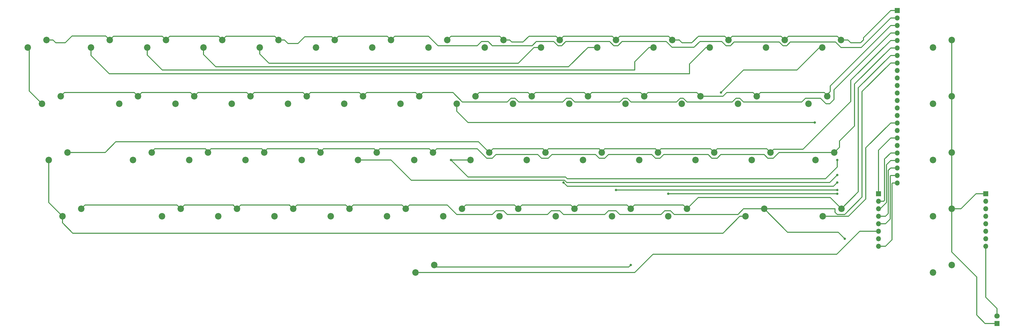
<source format=gbr>
G04 #@! TF.GenerationSoftware,KiCad,Pcbnew,(6.0.1)*
G04 #@! TF.CreationDate,2022-06-17T23:43:58+01:00*
G04 #@! TF.ProjectId,Project Helena,50726f6a-6563-4742-9048-656c656e612e,D*
G04 #@! TF.SameCoordinates,Original*
G04 #@! TF.FileFunction,Copper,L2,Bot*
G04 #@! TF.FilePolarity,Positive*
%FSLAX46Y46*%
G04 Gerber Fmt 4.6, Leading zero omitted, Abs format (unit mm)*
G04 Created by KiCad (PCBNEW (6.0.1)) date 2022-06-17 23:43:58*
%MOMM*%
%LPD*%
G01*
G04 APERTURE LIST*
G04 #@! TA.AperFunction,ComponentPad*
%ADD10C,2.200000*%
G04 #@! TD*
G04 #@! TA.AperFunction,ComponentPad*
%ADD11R,1.700000X1.700000*%
G04 #@! TD*
G04 #@! TA.AperFunction,ComponentPad*
%ADD12O,1.700000X1.700000*%
G04 #@! TD*
G04 #@! TA.AperFunction,ComponentPad*
%ADD13R,1.800000X1.800000*%
G04 #@! TD*
G04 #@! TA.AperFunction,ComponentPad*
%ADD14C,1.800000*%
G04 #@! TD*
G04 #@! TA.AperFunction,ViaPad*
%ADD15C,0.800000*%
G04 #@! TD*
G04 #@! TA.AperFunction,Conductor*
%ADD16C,0.304800*%
G04 #@! TD*
G04 APERTURE END LIST*
D10*
X314960000Y-80010000D03*
X308610000Y-82550000D03*
X52959000Y-118110000D03*
X46609000Y-120650000D03*
X181610000Y-80010000D03*
X175260000Y-82550000D03*
X162560000Y-80010000D03*
X156210000Y-82550000D03*
X191135000Y-99060000D03*
X184785000Y-101600000D03*
X172085000Y-99060000D03*
X165735000Y-101600000D03*
X186563000Y-137160000D03*
X180213000Y-139700000D03*
X195834000Y-118110000D03*
X189484000Y-120650000D03*
X176784000Y-118110000D03*
X170434000Y-120650000D03*
X177165000Y-156210000D03*
X170815000Y-158750000D03*
X352425000Y-156210000D03*
X346075000Y-158750000D03*
X200660000Y-80010000D03*
X194310000Y-82550000D03*
X143510000Y-80010000D03*
X137160000Y-82550000D03*
X210185000Y-99060000D03*
X203835000Y-101600000D03*
X153035000Y-99060000D03*
X146685000Y-101600000D03*
X214884000Y-118110000D03*
X208534000Y-120650000D03*
X157734000Y-118110000D03*
X151384000Y-120650000D03*
X205613000Y-137160000D03*
X199263000Y-139700000D03*
X167513000Y-137160000D03*
X161163000Y-139700000D03*
X352425000Y-137160000D03*
X346075000Y-139700000D03*
X219710000Y-80010000D03*
X213360000Y-82550000D03*
X124460000Y-80010000D03*
X118110000Y-82550000D03*
X229235000Y-99060000D03*
X222885000Y-101600000D03*
X133985000Y-99060000D03*
X127635000Y-101600000D03*
X233934000Y-118110000D03*
X227584000Y-120650000D03*
X138684000Y-118110000D03*
X132334000Y-120650000D03*
X224663000Y-137160000D03*
X218313000Y-139700000D03*
X148463000Y-137160000D03*
X142113000Y-139700000D03*
X352425000Y-118110000D03*
X346075000Y-120650000D03*
X238760000Y-80010000D03*
X232410000Y-82550000D03*
X105410000Y-80010000D03*
X99060000Y-82550000D03*
X248285000Y-99060000D03*
X241935000Y-101600000D03*
X114935000Y-99060000D03*
X108585000Y-101600000D03*
X252984000Y-118110000D03*
X246634000Y-120650000D03*
X119634000Y-118110000D03*
X113284000Y-120650000D03*
X243713000Y-137160000D03*
X237363000Y-139700000D03*
X129413000Y-137160000D03*
X123063000Y-139700000D03*
X352425000Y-99060000D03*
X346075000Y-101600000D03*
X257810000Y-80010000D03*
X251460000Y-82550000D03*
X86360000Y-80010000D03*
X80010000Y-82550000D03*
X267335000Y-99060000D03*
X260985000Y-101600000D03*
X95885000Y-99060000D03*
X89535000Y-101600000D03*
X272034000Y-118110000D03*
X265684000Y-120650000D03*
X100584000Y-118110000D03*
X94234000Y-120650000D03*
X262763000Y-137160000D03*
X256413000Y-139700000D03*
X110363000Y-137160000D03*
X104013000Y-139700000D03*
X276860000Y-80010000D03*
X270510000Y-82550000D03*
X67310000Y-80010000D03*
X60960000Y-82550000D03*
X286385000Y-99060000D03*
X280035000Y-101600000D03*
X76835000Y-99060000D03*
X70485000Y-101600000D03*
X291084000Y-118110000D03*
X284734000Y-120650000D03*
X81534000Y-118110000D03*
X75184000Y-120650000D03*
X315087000Y-137160000D03*
X308737000Y-139700000D03*
X91313000Y-137160000D03*
X84963000Y-139700000D03*
X295910000Y-80010000D03*
X289560000Y-82550000D03*
X45847000Y-80010000D03*
X39497000Y-82550000D03*
X310261000Y-99060000D03*
X303911000Y-101600000D03*
X50673000Y-99060000D03*
X44323000Y-101600000D03*
X312674000Y-118110000D03*
X306324000Y-120650000D03*
X288925000Y-137160000D03*
X282575000Y-139700000D03*
X57658000Y-137160000D03*
X51308000Y-139700000D03*
D11*
X327660000Y-132080000D03*
D12*
X327660000Y-134620000D03*
X327660000Y-137160000D03*
X327660000Y-139700000D03*
X327660000Y-142240000D03*
X327660000Y-144780000D03*
X327660000Y-147320000D03*
X327660000Y-149860000D03*
D11*
X364000000Y-132080000D03*
D12*
X364000000Y-134620000D03*
X364000000Y-137160000D03*
X364000000Y-139700000D03*
X364000000Y-142240000D03*
X364000000Y-144780000D03*
X364000000Y-147320000D03*
X364000000Y-149860000D03*
D10*
X352425000Y-80010000D03*
X346075000Y-82550000D03*
D13*
X367820000Y-175971000D03*
D14*
X367820000Y-173431000D03*
D11*
X334000000Y-70000000D03*
D12*
X334000000Y-72540000D03*
X334000000Y-75080000D03*
X334000000Y-77620000D03*
X334000000Y-80160000D03*
X334000000Y-82700000D03*
X334000000Y-85240000D03*
X334000000Y-87780000D03*
X334000000Y-90320000D03*
X334000000Y-92860000D03*
X334000000Y-95400000D03*
X334000000Y-97940000D03*
X334000000Y-100480000D03*
X334000000Y-103020000D03*
X334000000Y-105560000D03*
X334000000Y-108100000D03*
X334000000Y-110640000D03*
X334000000Y-113180000D03*
X334000000Y-115720000D03*
X334000000Y-118260000D03*
X334000000Y-120800000D03*
X334000000Y-123340000D03*
X334000000Y-125880000D03*
X334000000Y-128420000D03*
D15*
X243713000Y-156210000D03*
X316230000Y-147320000D03*
X274320000Y-97790000D03*
X306070000Y-107950000D03*
X182880000Y-120650000D03*
X313690000Y-120650000D03*
X313690000Y-125730000D03*
X313690000Y-128270000D03*
X220980000Y-128270000D03*
X313690000Y-130810000D03*
X238760000Y-130810000D03*
X313690000Y-132080000D03*
X256413000Y-132080000D03*
D16*
X327660000Y-117320000D02*
X327660000Y-132080000D01*
X331800000Y-113180000D02*
X327660000Y-117320000D01*
X334000000Y-113180000D02*
X331800000Y-113180000D01*
X332435000Y-128420000D02*
X332260000Y-128595000D01*
X327660000Y-149860000D02*
X330045000Y-149860000D01*
X330045000Y-149860000D02*
X330355000Y-149550000D01*
X334000000Y-128420000D02*
X332435000Y-128420000D01*
X332260000Y-128595000D02*
X332260000Y-145105000D01*
X330355000Y-149550000D02*
X332260000Y-147645000D01*
X332260000Y-147645000D02*
X332260000Y-145105000D01*
X238760000Y-80010000D02*
X237490000Y-78740000D01*
X317330000Y-80010000D02*
X318290000Y-80970000D01*
X207292000Y-80716000D02*
X203482000Y-80716000D01*
X218440000Y-78740000D02*
X219710000Y-80010000D01*
X313690000Y-78740000D02*
X297180000Y-78740000D01*
X257810000Y-80010000D02*
X260068000Y-80010000D01*
X314960000Y-80010000D02*
X313690000Y-78740000D01*
X218440000Y-78740000D02*
X209268000Y-78740000D01*
X260124000Y-79954000D02*
X261140000Y-80970000D01*
X261140000Y-80970000D02*
X264442000Y-80970000D01*
X240030000Y-78740000D02*
X238760000Y-80010000D01*
X220980000Y-78740000D02*
X219710000Y-80010000D01*
X318290000Y-80970000D02*
X321592000Y-80970000D01*
X257810000Y-80010000D02*
X256540000Y-78740000D01*
X260068000Y-80010000D02*
X260124000Y-79954000D01*
X203482000Y-80716000D02*
X202776000Y-80010000D01*
X331800000Y-70000000D02*
X334000000Y-70000000D01*
X209268000Y-78740000D02*
X207292000Y-80716000D01*
X294640000Y-78740000D02*
X278130000Y-78740000D01*
X275590000Y-78740000D02*
X276860000Y-80010000D01*
X322562000Y-79238000D02*
X331800000Y-70000000D01*
X321592000Y-80970000D02*
X322562000Y-80000000D01*
X237490000Y-78740000D02*
X220980000Y-78740000D01*
X266672000Y-78740000D02*
X275590000Y-78740000D01*
X278130000Y-78740000D02*
X276860000Y-80010000D01*
X202776000Y-80010000D02*
X200660000Y-80010000D01*
X322562000Y-80000000D02*
X322562000Y-79238000D01*
X295910000Y-80010000D02*
X294640000Y-78740000D01*
X182880000Y-78740000D02*
X181610000Y-80010000D01*
X256540000Y-78740000D02*
X240030000Y-78740000D01*
X199390000Y-78740000D02*
X182880000Y-78740000D01*
X297180000Y-78740000D02*
X295910000Y-80010000D01*
X200660000Y-80010000D02*
X199390000Y-78740000D01*
X264442000Y-80970000D02*
X266672000Y-78740000D01*
X314960000Y-80010000D02*
X317330000Y-80010000D01*
X124460000Y-80010000D02*
X126464000Y-80010000D01*
X45847000Y-80010000D02*
X48090000Y-80010000D01*
X54511000Y-78684000D02*
X65984000Y-78684000D01*
X49050000Y-80970000D02*
X52225000Y-80970000D01*
X193166990Y-80518010D02*
X195453010Y-80518010D01*
X104140000Y-78740000D02*
X87630000Y-78740000D01*
X211774845Y-80518010D02*
X217678010Y-80518010D01*
X123190000Y-78740000D02*
X106680000Y-78740000D01*
X276003927Y-81915000D02*
X277495000Y-81915000D01*
X278701311Y-80708689D02*
X294068689Y-80708689D01*
X144780000Y-78740000D02*
X143510000Y-80010000D01*
X178435000Y-81915000D02*
X191770000Y-81915000D01*
X142522000Y-78938000D02*
X143510000Y-79926000D01*
X217678010Y-80518010D02*
X219075000Y-81915000D01*
X161290000Y-78740000D02*
X144780000Y-78740000D01*
X238014463Y-81915000D02*
X239395000Y-81915000D01*
X296545000Y-81915000D02*
X297751311Y-80708689D01*
X240791990Y-80518010D02*
X255778010Y-80518010D01*
X321790000Y-82550000D02*
X331800000Y-72540000D01*
X106680000Y-78740000D02*
X105410000Y-80010000D01*
X239395000Y-81915000D02*
X240791990Y-80518010D01*
X105410000Y-80010000D02*
X104140000Y-78740000D01*
X210377855Y-81915000D02*
X211774845Y-80518010D01*
X68580000Y-78740000D02*
X67310000Y-80010000D01*
X175260000Y-78740000D02*
X178435000Y-81915000D01*
X294068689Y-80708689D02*
X295275000Y-81915000D01*
X257754000Y-82494000D02*
X265204000Y-82494000D01*
X267179990Y-80518010D02*
X274606937Y-80518010D01*
X236617473Y-80518010D02*
X238014463Y-81915000D01*
X52225000Y-80970000D02*
X54511000Y-78684000D01*
X220345000Y-81915000D02*
X221741990Y-80518010D01*
X255778010Y-80518010D02*
X257754000Y-82494000D01*
X274606937Y-80518010D02*
X276003927Y-81915000D01*
X162560000Y-80010000D02*
X161290000Y-78740000D01*
X86360000Y-80010000D02*
X85090000Y-78740000D01*
X331800000Y-72540000D02*
X334000000Y-72540000D01*
X133378000Y-78938000D02*
X142522000Y-78938000D01*
X163830000Y-78740000D02*
X175260000Y-78740000D01*
X295275000Y-81915000D02*
X296545000Y-81915000D01*
X314960000Y-82550000D02*
X321790000Y-82550000D01*
X191770000Y-81915000D02*
X193166990Y-80518010D01*
X65984000Y-78684000D02*
X67310000Y-80010000D01*
X48090000Y-80010000D02*
X49050000Y-80970000D01*
X221741990Y-80518010D02*
X236617473Y-80518010D01*
X124460000Y-80010000D02*
X123190000Y-78740000D01*
X127678000Y-81224000D02*
X131092000Y-81224000D01*
X219075000Y-81915000D02*
X220345000Y-81915000D01*
X131092000Y-81224000D02*
X133378000Y-78938000D01*
X196850000Y-81915000D02*
X210377855Y-81915000D01*
X313118689Y-80708689D02*
X314960000Y-82550000D01*
X297751311Y-80708689D02*
X313118689Y-80708689D01*
X87630000Y-78740000D02*
X86360000Y-80010000D01*
X126464000Y-80010000D02*
X127678000Y-81224000D01*
X265204000Y-82494000D02*
X267179990Y-80518010D01*
X162560000Y-80010000D02*
X163830000Y-78740000D01*
X195453010Y-80518010D02*
X196850000Y-81915000D01*
X277495000Y-81915000D02*
X278701311Y-80708689D01*
X85090000Y-78740000D02*
X68580000Y-78740000D01*
X286385000Y-99060000D02*
X287655000Y-97790000D01*
X285115000Y-97790000D02*
X276225000Y-97790000D01*
X310261000Y-99060000D02*
X310261000Y-98524000D01*
X310261000Y-98524000D02*
X311305000Y-97480000D01*
X310261000Y-98806000D02*
X310261000Y-99060000D01*
X276225000Y-97790000D02*
X274955000Y-99060000D01*
X311305000Y-95575000D02*
X331800000Y-75080000D01*
X247015000Y-97790000D02*
X230505000Y-97790000D01*
X227965000Y-97790000D02*
X211455000Y-97790000D01*
X208915000Y-97790000D02*
X192405000Y-97790000D01*
X210185000Y-99060000D02*
X208915000Y-97790000D01*
X266065000Y-97790000D02*
X249555000Y-97790000D01*
X230505000Y-97790000D02*
X229235000Y-99060000D01*
X229235000Y-99060000D02*
X227965000Y-97790000D01*
X267335000Y-99060000D02*
X266065000Y-97790000D01*
X273685000Y-99060000D02*
X267335000Y-99060000D01*
X192405000Y-97790000D02*
X191135000Y-99060000D01*
X211455000Y-97790000D02*
X210185000Y-99060000D01*
X286385000Y-99060000D02*
X285115000Y-97790000D01*
X331800000Y-75080000D02*
X334000000Y-75080000D01*
X309245000Y-97790000D02*
X310261000Y-98806000D01*
X311305000Y-97480000D02*
X311305000Y-95575000D01*
X249555000Y-97790000D02*
X248285000Y-99060000D01*
X287655000Y-97790000D02*
X309245000Y-97790000D01*
X274955000Y-99060000D02*
X273685000Y-99060000D01*
X248285000Y-99060000D02*
X247015000Y-97790000D01*
X153035000Y-99060000D02*
X154305000Y-97790000D01*
X331800000Y-77620000D02*
X312575000Y-96845000D01*
X221993456Y-99695000D02*
X220723456Y-100965000D01*
X94615000Y-97790000D02*
X95885000Y-99060000D01*
X309880000Y-101600000D02*
X307975000Y-99695000D01*
X280670000Y-99695000D02*
X279400000Y-99695000D01*
X262765355Y-100965000D02*
X261495355Y-99695000D01*
X205836428Y-100965000D02*
X204566428Y-99695000D01*
X186690000Y-100965000D02*
X183515000Y-97790000D01*
X243840000Y-100965000D02*
X242570000Y-99695000D01*
X204566428Y-99695000D02*
X203200000Y-99695000D01*
X170815000Y-97790000D02*
X172085000Y-99060000D01*
X302895000Y-99695000D02*
X301625000Y-100965000D01*
X51943000Y-97790000D02*
X75565000Y-97790000D01*
X278130000Y-100965000D02*
X262765355Y-100965000D01*
X312575000Y-96845000D02*
X312575000Y-100175000D01*
X183515000Y-97790000D02*
X173355000Y-97790000D01*
X154305000Y-97790000D02*
X170815000Y-97790000D01*
X241300000Y-99695000D02*
X240030000Y-100965000D01*
X203200000Y-99695000D02*
X201930000Y-100965000D01*
X307975000Y-99695000D02*
X302895000Y-99695000D01*
X240030000Y-100965000D02*
X224790000Y-100965000D01*
X173355000Y-97790000D02*
X172085000Y-99060000D01*
X261495355Y-99695000D02*
X260542855Y-99695000D01*
X259272855Y-100965000D02*
X243840000Y-100965000D01*
X312575000Y-100175000D02*
X311150000Y-101600000D01*
X260542855Y-99695000D02*
X259272855Y-100965000D01*
X132715000Y-97790000D02*
X133985000Y-99060000D01*
X334000000Y-77620000D02*
X331800000Y-77620000D01*
X97155000Y-97790000D02*
X113665000Y-97790000D01*
X95885000Y-99060000D02*
X97155000Y-97790000D01*
X78105000Y-97790000D02*
X94615000Y-97790000D01*
X50673000Y-99060000D02*
X51943000Y-97790000D01*
X311150000Y-101600000D02*
X309880000Y-101600000D01*
X220723456Y-100965000D02*
X205836428Y-100965000D01*
X281940000Y-100965000D02*
X280670000Y-99695000D01*
X224790000Y-100965000D02*
X223520000Y-99695000D01*
X242570000Y-99695000D02*
X241300000Y-99695000D01*
X151765000Y-97790000D02*
X153035000Y-99060000D01*
X114935000Y-99060000D02*
X116205000Y-97790000D01*
X133985000Y-99060000D02*
X135255000Y-97790000D01*
X113665000Y-97790000D02*
X114935000Y-99060000D01*
X75565000Y-97790000D02*
X76835000Y-99060000D01*
X201930000Y-100965000D02*
X186690000Y-100965000D01*
X301625000Y-100965000D02*
X281940000Y-100965000D01*
X135255000Y-97790000D02*
X151765000Y-97790000D01*
X223520000Y-99695000D02*
X221993456Y-99695000D01*
X279400000Y-99695000D02*
X278130000Y-100965000D01*
X76835000Y-99060000D02*
X78105000Y-97790000D01*
X116205000Y-97790000D02*
X132715000Y-97790000D01*
X233045000Y-116840000D02*
X215900000Y-116840000D01*
X233934000Y-118110000D02*
X233934000Y-117729000D01*
X233934000Y-117856000D02*
X233934000Y-118110000D01*
X291084000Y-118110000D02*
X289814000Y-116840000D01*
X214884000Y-117729000D02*
X213995000Y-116840000D01*
X233934000Y-117729000D02*
X233045000Y-116840000D01*
X272034000Y-118110000D02*
X270764000Y-116840000D01*
X291084000Y-118110000D02*
X292183999Y-117010001D01*
X252984000Y-117729000D02*
X252095000Y-116840000D01*
X318290000Y-100810000D02*
X318290000Y-95575000D01*
X292183999Y-117010001D02*
X302089999Y-117010001D01*
X272034000Y-117856000D02*
X272034000Y-118110000D01*
X65751079Y-118116921D02*
X52965921Y-118116921D01*
X273050000Y-116840000D02*
X272034000Y-117856000D01*
X215900000Y-116840000D02*
X214884000Y-117856000D01*
X234950000Y-116840000D02*
X233934000Y-117856000D01*
X318290000Y-93670000D02*
X318290000Y-95575000D01*
X214884000Y-118110000D02*
X214884000Y-117729000D01*
X213995000Y-116840000D02*
X197104000Y-116840000D01*
X270764000Y-116840000D02*
X254000000Y-116840000D01*
X214884000Y-117856000D02*
X214884000Y-118110000D01*
X334000000Y-80160000D02*
X331800000Y-80160000D01*
X52965921Y-118116921D02*
X52959000Y-118110000D01*
X252095000Y-116840000D02*
X234950000Y-116840000D01*
X195834000Y-118110000D02*
X192222000Y-114498000D01*
X331800000Y-80160000D02*
X318290000Y-93670000D01*
X252984000Y-117856000D02*
X252984000Y-118110000D01*
X69370000Y-114498000D02*
X65751079Y-118116921D01*
X289814000Y-116840000D02*
X273050000Y-116840000D01*
X252984000Y-118110000D02*
X252984000Y-117729000D01*
X302089999Y-117010001D02*
X318290000Y-100810000D01*
X254000000Y-116840000D02*
X252984000Y-117856000D01*
X192222000Y-114498000D02*
X69370000Y-114498000D01*
X197104000Y-116840000D02*
X195834000Y-118110000D01*
X178054000Y-116840000D02*
X176784000Y-118110000D01*
X100584000Y-117729000D02*
X99695000Y-116840000D01*
X274256311Y-118808689D02*
X273050000Y-120015000D01*
X331800000Y-82700000D02*
X319560000Y-94940000D01*
X138684000Y-117856000D02*
X138684000Y-118110000D01*
X119634000Y-118110000D02*
X119634000Y-117729000D01*
X215834144Y-120015000D02*
X213519928Y-120015000D01*
X273050000Y-120015000D02*
X271195581Y-120015000D01*
X81534000Y-117856000D02*
X81534000Y-118110000D01*
X194945000Y-120015000D02*
X191770000Y-116840000D01*
X156845000Y-116840000D02*
X139700000Y-116840000D01*
X217104144Y-118745000D02*
X215834144Y-120015000D01*
X271195581Y-120015000D02*
X269989270Y-118808689D01*
X312674000Y-118110000D02*
X314480000Y-116304000D01*
X196850000Y-120015000D02*
X194945000Y-120015000D01*
X288925000Y-118808689D02*
X274256311Y-118808689D01*
X100584000Y-118110000D02*
X100584000Y-117729000D01*
X233045000Y-120015000D02*
X231775000Y-118745000D01*
X292034145Y-120015000D02*
X290131311Y-120015000D01*
X191770000Y-116840000D02*
X178054000Y-116840000D01*
X99695000Y-116840000D02*
X82550000Y-116840000D01*
X253682500Y-120015000D02*
X252095000Y-120015000D01*
X198120000Y-118745000D02*
X196850000Y-120015000D01*
X293939145Y-118110000D02*
X292034145Y-120015000D01*
X212249928Y-118745000D02*
X198120000Y-118745000D01*
X252095000Y-120015000D02*
X250825000Y-118745000D01*
X82550000Y-116840000D02*
X81534000Y-117856000D01*
X213519928Y-120015000D02*
X212249928Y-118745000D01*
X157734000Y-117856000D02*
X157734000Y-118110000D01*
X312674000Y-118110000D02*
X293939145Y-118110000D01*
X157734000Y-118110000D02*
X157734000Y-117729000D01*
X269989270Y-118808689D02*
X254888811Y-118808689D01*
X314480000Y-114244000D02*
X319560000Y-109164000D01*
X250825000Y-118745000D02*
X236220000Y-118745000D01*
X120650000Y-116840000D02*
X119634000Y-117856000D01*
X319560000Y-94940000D02*
X319560000Y-96845000D01*
X334000000Y-82700000D02*
X331800000Y-82700000D01*
X118745000Y-116840000D02*
X101600000Y-116840000D01*
X138684000Y-118110000D02*
X138684000Y-117729000D01*
X231775000Y-118745000D02*
X217104144Y-118745000D01*
X138684000Y-117729000D02*
X137795000Y-116840000D01*
X137795000Y-116840000D02*
X120650000Y-116840000D01*
X234950000Y-120015000D02*
X233045000Y-120015000D01*
X139700000Y-116840000D02*
X138684000Y-117856000D01*
X314480000Y-116304000D02*
X314480000Y-114244000D01*
X319560000Y-109164000D02*
X319560000Y-96845000D01*
X175514000Y-116840000D02*
X158750000Y-116840000D01*
X254888811Y-118808689D02*
X253682500Y-120015000D01*
X119634000Y-117856000D02*
X119634000Y-118110000D01*
X100584000Y-117856000D02*
X100584000Y-118110000D01*
X158750000Y-116840000D02*
X157734000Y-117856000D01*
X290131311Y-120015000D02*
X288925000Y-118808689D01*
X101600000Y-116840000D02*
X100584000Y-117856000D01*
X157734000Y-117729000D02*
X156845000Y-116840000D01*
X176784000Y-118110000D02*
X175514000Y-116840000D01*
X236220000Y-118745000D02*
X234950000Y-120015000D01*
X119634000Y-117729000D02*
X118745000Y-116840000D01*
X243713000Y-156210000D02*
X243078000Y-156845000D01*
X242443000Y-135890000D02*
X243713000Y-137160000D01*
X177800000Y-156845000D02*
X177165000Y-156210000D01*
X320830000Y-96210000D02*
X320830000Y-98750000D01*
X225933000Y-135890000D02*
X242443000Y-135890000D01*
X204343000Y-135890000D02*
X205613000Y-137160000D01*
X334000000Y-85240000D02*
X331800000Y-85240000D01*
X224663000Y-137160000D02*
X225933000Y-135890000D01*
X244983000Y-135890000D02*
X261493000Y-135890000D01*
X261493000Y-135890000D02*
X262763000Y-137160000D01*
X311277000Y-133350000D02*
X266573000Y-133350000D01*
X315087000Y-137160000D02*
X311277000Y-133350000D01*
X266573000Y-133350000D02*
X262763000Y-137160000D01*
X243713000Y-137160000D02*
X244983000Y-135890000D01*
X331800000Y-85240000D02*
X320830000Y-96210000D01*
X186563000Y-137160000D02*
X187833000Y-135890000D01*
X223393000Y-135890000D02*
X224663000Y-137160000D01*
X205613000Y-137160000D02*
X206883000Y-135890000D01*
X320830000Y-131417000D02*
X320830000Y-98750000D01*
X206883000Y-135890000D02*
X223393000Y-135890000D01*
X187833000Y-135890000D02*
X204343000Y-135890000D01*
X243078000Y-156845000D02*
X177800000Y-156845000D01*
X315087000Y-137160000D02*
X320830000Y-131417000D01*
X238760000Y-137795000D02*
X240030000Y-139065000D01*
X219710000Y-137795000D02*
X220980000Y-139065000D01*
X128270000Y-136017000D02*
X128270000Y-135890000D01*
X58928000Y-135890000D02*
X57658000Y-137160000D01*
X166243000Y-135890000D02*
X149733000Y-135890000D01*
X240030000Y-139065000D02*
X254000000Y-139065000D01*
X111633000Y-135890000D02*
X110363000Y-137160000D01*
X254000000Y-139065000D02*
X255270000Y-137795000D01*
X147193000Y-135890000D02*
X130683000Y-135890000D01*
X216852500Y-137795000D02*
X219710000Y-137795000D01*
X236220000Y-137795000D02*
X238760000Y-137795000D01*
X198120000Y-137795000D02*
X200660000Y-137795000D01*
X201930000Y-139065000D02*
X215582500Y-139065000D01*
X255270000Y-137795000D02*
X257175000Y-137795000D01*
X196850000Y-139065000D02*
X198120000Y-137795000D01*
X215582500Y-139065000D02*
X216852500Y-137795000D01*
X181610000Y-135890000D02*
X184785000Y-139065000D01*
X128270000Y-135890000D02*
X111633000Y-135890000D01*
X149733000Y-135890000D02*
X148463000Y-137160000D01*
X258445000Y-139065000D02*
X280035000Y-139065000D01*
X167513000Y-137160000D02*
X166243000Y-135890000D01*
X312932710Y-138307710D02*
X312932710Y-137160000D01*
X129413000Y-137160000D02*
X128270000Y-136017000D01*
X220980000Y-139065000D02*
X234950000Y-139065000D01*
X109220000Y-136017000D02*
X109220000Y-135890000D01*
X316230000Y-139065000D02*
X313690000Y-139065000D01*
X281940000Y-137160000D02*
X288925000Y-137160000D01*
X110363000Y-137160000D02*
X109220000Y-136017000D01*
X322100000Y-100655000D02*
X322100000Y-133195000D01*
X322100000Y-133195000D02*
X316230000Y-139065000D01*
X334000000Y-87780000D02*
X331800000Y-87780000D01*
X92583000Y-135890000D02*
X91313000Y-137160000D01*
X168783000Y-135890000D02*
X181610000Y-135890000D01*
X296870000Y-145105000D02*
X314015000Y-145105000D01*
X331800000Y-87780000D02*
X322100000Y-97480000D01*
X167513000Y-137160000D02*
X168783000Y-135890000D01*
X257175000Y-137795000D02*
X258445000Y-139065000D01*
X148463000Y-137160000D02*
X147193000Y-135890000D01*
X184785000Y-139065000D02*
X196850000Y-139065000D01*
X314015000Y-145105000D02*
X316230000Y-147320000D01*
X322100000Y-97480000D02*
X322100000Y-100655000D01*
X200660000Y-137795000D02*
X201930000Y-139065000D01*
X234950000Y-139065000D02*
X236220000Y-137795000D01*
X130683000Y-135890000D02*
X129413000Y-137160000D01*
X280035000Y-139065000D02*
X281940000Y-137160000D01*
X109220000Y-135890000D02*
X92583000Y-135890000D01*
X91313000Y-137160000D02*
X90043000Y-135890000D01*
X288925000Y-137160000D02*
X296870000Y-145105000D01*
X312932710Y-137160000D02*
X288925000Y-137160000D01*
X90043000Y-135890000D02*
X58928000Y-135890000D01*
X313690000Y-139065000D02*
X312932710Y-138307710D01*
X274320000Y-97790000D02*
X281940000Y-90170000D01*
X54806710Y-145415000D02*
X51308000Y-141916290D01*
X300037500Y-90170000D02*
X307657500Y-82550000D01*
X282575000Y-139700000D02*
X280670000Y-139700000D01*
X46609000Y-135001000D02*
X51308000Y-139700000D01*
X46609000Y-120650000D02*
X46609000Y-135001000D01*
X51308000Y-141916290D02*
X51308000Y-139700000D01*
X281940000Y-90170000D02*
X300037500Y-90170000D01*
X307657500Y-82550000D02*
X308610000Y-82550000D01*
X280670000Y-139700000D02*
X274955000Y-145415000D01*
X274955000Y-145415000D02*
X54806710Y-145415000D01*
X184785000Y-101600000D02*
X184785000Y-104140000D01*
X188595000Y-107950000D02*
X306070000Y-107950000D01*
X184785000Y-104140000D02*
X188595000Y-107950000D01*
X321310000Y-144780000D02*
X327660000Y-144780000D01*
X182880000Y-120650000D02*
X189484000Y-120650000D01*
X309720830Y-127000000D02*
X313690000Y-123030830D01*
X245110000Y-158750000D02*
X251262000Y-152598000D01*
X221615000Y-126365000D02*
X222250000Y-127000000D01*
X313690000Y-123030830D02*
X313690000Y-120650000D01*
X170815000Y-158750000D02*
X245110000Y-158750000D01*
X313492000Y-152598000D02*
X321310000Y-144780000D01*
X222250000Y-127000000D02*
X309720830Y-127000000D01*
X188595000Y-126365000D02*
X221615000Y-126365000D01*
X182880000Y-120650000D02*
X188595000Y-126365000D01*
X251262000Y-152598000D02*
X313492000Y-152598000D01*
X311150000Y-128270000D02*
X222047889Y-128270000D01*
X222047889Y-128270000D02*
X221292778Y-127514889D01*
X169424889Y-127514889D02*
X162560000Y-120650000D01*
X313690000Y-125730000D02*
X311150000Y-128270000D01*
X162560000Y-120650000D02*
X151384000Y-120650000D01*
X221292778Y-127514889D02*
X169424889Y-127514889D01*
X118110000Y-84766290D02*
X121228670Y-87884960D01*
X220980000Y-128270000D02*
X222250000Y-129540000D01*
X121228670Y-87884960D02*
X205659723Y-87884960D01*
X222250000Y-129540000D02*
X312420000Y-129540000D01*
X118110000Y-82550000D02*
X118110000Y-84766290D01*
X312420000Y-129540000D02*
X313690000Y-128270000D01*
X210994683Y-82550000D02*
X205659723Y-87884960D01*
X213360000Y-82550000D02*
X210994683Y-82550000D01*
X238760000Y-130810000D02*
X313690000Y-130810000D01*
X103229855Y-89098000D02*
X222687000Y-89098000D01*
X99060000Y-82550000D02*
X99060000Y-84928145D01*
X222687000Y-89098000D02*
X229235000Y-82550000D01*
X99060000Y-84928145D02*
X103229855Y-89098000D01*
X229235000Y-82550000D02*
X232410000Y-82550000D01*
X85090000Y-90170000D02*
X80010000Y-85090000D01*
X249904366Y-82550000D02*
X245110000Y-87344366D01*
X256413000Y-132080000D02*
X313690000Y-132080000D01*
X80010000Y-85090000D02*
X80010000Y-82550000D01*
X245110000Y-87344366D02*
X245110000Y-90170000D01*
X251460000Y-82550000D02*
X249904366Y-82550000D01*
X245110000Y-90170000D02*
X85090000Y-90170000D01*
X67154355Y-91440000D02*
X263651990Y-91440000D01*
X331800000Y-108100000D02*
X331625000Y-108275000D01*
X263651990Y-91440000D02*
X263651990Y-88138010D01*
X331625000Y-108275000D02*
X323370000Y-116530000D01*
X317500000Y-139700000D02*
X308737000Y-139700000D01*
X323370000Y-116530000D02*
X323370000Y-120340000D01*
X60960000Y-82550000D02*
X60960000Y-85245645D01*
X323370000Y-133830000D02*
X317500000Y-139700000D01*
X323370000Y-119070000D02*
X323370000Y-133830000D01*
X334000000Y-108100000D02*
X331800000Y-108100000D01*
X269240000Y-82550000D02*
X270510000Y-82550000D01*
X60960000Y-85245645D02*
X67154355Y-91440000D01*
X263651990Y-88138010D02*
X269240000Y-82550000D01*
X39497000Y-82550000D02*
X40005000Y-83058000D01*
X40005000Y-83058000D02*
X40005000Y-97282000D01*
X40005000Y-97282000D02*
X44323000Y-101600000D01*
X329720000Y-120340000D02*
X329720000Y-134310000D01*
X331800000Y-118260000D02*
X329720000Y-120340000D01*
X329410000Y-134620000D02*
X327660000Y-134620000D01*
X334000000Y-118260000D02*
X331800000Y-118260000D01*
X329720000Y-134310000D02*
X329410000Y-134620000D01*
X331800000Y-120800000D02*
X330355000Y-122245000D01*
X330355000Y-135022500D02*
X328217500Y-137160000D01*
X334000000Y-120800000D02*
X331800000Y-120800000D01*
X328217500Y-137160000D02*
X327660000Y-137160000D01*
X330355000Y-122245000D02*
X330355000Y-135022500D01*
X330045000Y-139700000D02*
X327660000Y-139700000D01*
X330990000Y-124150000D02*
X330990000Y-138755000D01*
X334000000Y-123340000D02*
X331800000Y-123340000D01*
X331800000Y-123340000D02*
X330990000Y-124150000D01*
X330990000Y-138755000D02*
X330045000Y-139700000D01*
X330045000Y-142240000D02*
X330355000Y-141930000D01*
X331625000Y-140660000D02*
X331625000Y-126055000D01*
X331800000Y-125880000D02*
X331625000Y-126055000D01*
X330355000Y-141930000D02*
X331625000Y-140660000D01*
X327660000Y-142240000D02*
X330045000Y-142240000D01*
X334000000Y-125880000D02*
X331800000Y-125880000D01*
X352425000Y-151765000D02*
X360962000Y-160302000D01*
X355572000Y-137160000D02*
X360652000Y-132080000D01*
X360962000Y-173172000D02*
X363761000Y-175971000D01*
X352425000Y-80010000D02*
X352425000Y-99060000D01*
X363761000Y-175971000D02*
X367820000Y-175971000D01*
X352425000Y-137160000D02*
X352425000Y-151765000D01*
X352425000Y-137160000D02*
X355572000Y-137160000D01*
X352425000Y-99060000D02*
X352425000Y-118110000D01*
X360652000Y-132080000D02*
X364000000Y-132080000D01*
X360962000Y-160302000D02*
X360962000Y-173172000D01*
X352425000Y-118110000D02*
X352425000Y-137160000D01*
X364010000Y-149870000D02*
X364010000Y-167160000D01*
X364010000Y-167160000D02*
X367820000Y-170970000D01*
X364000000Y-149860000D02*
X364010000Y-149870000D01*
X367820000Y-170970000D02*
X367820000Y-173431000D01*
M02*

</source>
